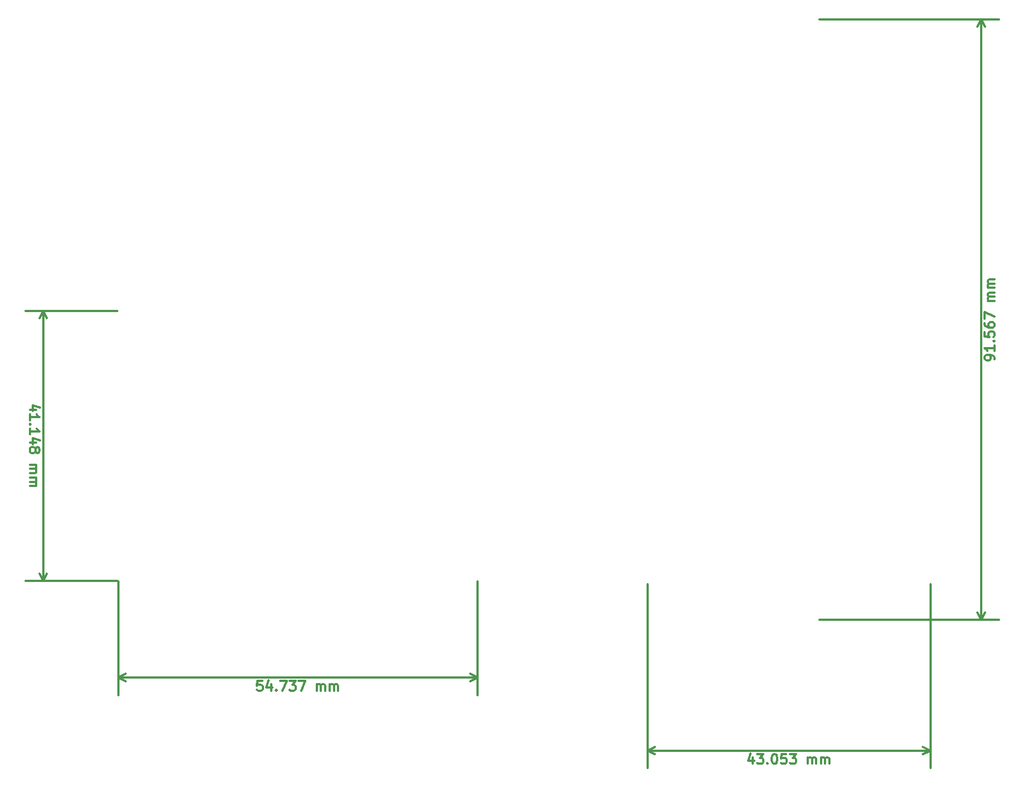
<source format=gbr>
G04 #@! TF.FileFunction,Other,Comment*
%FSLAX46Y46*%
G04 Gerber Fmt 4.6, Leading zero omitted, Abs format (unit mm)*
G04 Created by KiCad (PCBNEW 4.1.0-alpha+201609050731+7118~50~ubuntu16.04.1-product) date Wed Sep 21 17:23:23 2016*
%MOMM*%
%LPD*%
G01*
G04 APERTURE LIST*
%ADD10C,0.100000*%
%ADD11C,0.300000*%
G04 APERTURE END LIST*
D10*
D11*
X221230571Y-97447928D02*
X221230571Y-97162214D01*
X221159142Y-97019357D01*
X221087714Y-96947928D01*
X220873428Y-96805071D01*
X220587714Y-96733642D01*
X220016285Y-96733642D01*
X219873428Y-96805071D01*
X219802000Y-96876500D01*
X219730571Y-97019357D01*
X219730571Y-97305071D01*
X219802000Y-97447928D01*
X219873428Y-97519357D01*
X220016285Y-97590785D01*
X220373428Y-97590785D01*
X220516285Y-97519357D01*
X220587714Y-97447928D01*
X220659142Y-97305071D01*
X220659142Y-97019357D01*
X220587714Y-96876500D01*
X220516285Y-96805071D01*
X220373428Y-96733642D01*
X221230571Y-95305071D02*
X221230571Y-96162214D01*
X221230571Y-95733642D02*
X219730571Y-95733642D01*
X219944857Y-95876500D01*
X220087714Y-96019357D01*
X220159142Y-96162214D01*
X221087714Y-94662214D02*
X221159142Y-94590785D01*
X221230571Y-94662214D01*
X221159142Y-94733642D01*
X221087714Y-94662214D01*
X221230571Y-94662214D01*
X219730571Y-93233642D02*
X219730571Y-93947928D01*
X220444857Y-94019357D01*
X220373428Y-93947928D01*
X220302000Y-93805071D01*
X220302000Y-93447928D01*
X220373428Y-93305071D01*
X220444857Y-93233642D01*
X220587714Y-93162214D01*
X220944857Y-93162214D01*
X221087714Y-93233642D01*
X221159142Y-93305071D01*
X221230571Y-93447928D01*
X221230571Y-93805071D01*
X221159142Y-93947928D01*
X221087714Y-94019357D01*
X219730571Y-91876500D02*
X219730571Y-92162214D01*
X219802000Y-92305071D01*
X219873428Y-92376500D01*
X220087714Y-92519357D01*
X220373428Y-92590785D01*
X220944857Y-92590785D01*
X221087714Y-92519357D01*
X221159142Y-92447928D01*
X221230571Y-92305071D01*
X221230571Y-92019357D01*
X221159142Y-91876500D01*
X221087714Y-91805071D01*
X220944857Y-91733642D01*
X220587714Y-91733642D01*
X220444857Y-91805071D01*
X220373428Y-91876500D01*
X220302000Y-92019357D01*
X220302000Y-92305071D01*
X220373428Y-92447928D01*
X220444857Y-92519357D01*
X220587714Y-92590785D01*
X219730571Y-91233642D02*
X219730571Y-90233642D01*
X221230571Y-90876500D01*
X221230571Y-88519357D02*
X220230571Y-88519357D01*
X220373428Y-88519357D02*
X220302000Y-88447928D01*
X220230571Y-88305071D01*
X220230571Y-88090785D01*
X220302000Y-87947928D01*
X220444857Y-87876500D01*
X221230571Y-87876500D01*
X220444857Y-87876500D02*
X220302000Y-87805071D01*
X220230571Y-87662214D01*
X220230571Y-87447928D01*
X220302000Y-87305071D01*
X220444857Y-87233642D01*
X221230571Y-87233642D01*
X221230571Y-86519357D02*
X220230571Y-86519357D01*
X220373428Y-86519357D02*
X220302000Y-86447928D01*
X220230571Y-86305071D01*
X220230571Y-86090785D01*
X220302000Y-85947928D01*
X220444857Y-85876500D01*
X221230571Y-85876500D01*
X220444857Y-85876500D02*
X220302000Y-85805071D01*
X220230571Y-85662214D01*
X220230571Y-85447928D01*
X220302000Y-85305071D01*
X220444857Y-85233642D01*
X221230571Y-85233642D01*
X219202000Y-137160000D02*
X219202000Y-45593000D01*
X194564000Y-137160000D02*
X221902000Y-137160000D01*
X194564000Y-45593000D02*
X221902000Y-45593000D01*
X219202000Y-45593000D02*
X219788421Y-46719504D01*
X219202000Y-45593000D02*
X218615579Y-46719504D01*
X219202000Y-137160000D02*
X219788421Y-136033496D01*
X219202000Y-137160000D02*
X218615579Y-136033496D01*
X184428500Y-158094493D02*
X184428500Y-159094493D01*
X184071357Y-157523064D02*
X183714214Y-158594493D01*
X184642785Y-158594493D01*
X185071357Y-157594493D02*
X185999928Y-157594493D01*
X185499928Y-158165922D01*
X185714214Y-158165922D01*
X185857071Y-158237350D01*
X185928500Y-158308779D01*
X185999928Y-158451636D01*
X185999928Y-158808779D01*
X185928500Y-158951636D01*
X185857071Y-159023064D01*
X185714214Y-159094493D01*
X185285642Y-159094493D01*
X185142785Y-159023064D01*
X185071357Y-158951636D01*
X186642785Y-158951636D02*
X186714214Y-159023064D01*
X186642785Y-159094493D01*
X186571357Y-159023064D01*
X186642785Y-158951636D01*
X186642785Y-159094493D01*
X187642785Y-157594493D02*
X187785642Y-157594493D01*
X187928500Y-157665922D01*
X187999928Y-157737350D01*
X188071357Y-157880207D01*
X188142785Y-158165922D01*
X188142785Y-158523064D01*
X188071357Y-158808779D01*
X187999928Y-158951636D01*
X187928500Y-159023064D01*
X187785642Y-159094493D01*
X187642785Y-159094493D01*
X187499928Y-159023064D01*
X187428500Y-158951636D01*
X187357071Y-158808779D01*
X187285642Y-158523064D01*
X187285642Y-158165922D01*
X187357071Y-157880207D01*
X187428500Y-157737350D01*
X187499928Y-157665922D01*
X187642785Y-157594493D01*
X189499928Y-157594493D02*
X188785642Y-157594493D01*
X188714214Y-158308779D01*
X188785642Y-158237350D01*
X188928500Y-158165922D01*
X189285642Y-158165922D01*
X189428500Y-158237350D01*
X189499928Y-158308779D01*
X189571357Y-158451636D01*
X189571357Y-158808779D01*
X189499928Y-158951636D01*
X189428500Y-159023064D01*
X189285642Y-159094493D01*
X188928500Y-159094493D01*
X188785642Y-159023064D01*
X188714214Y-158951636D01*
X190071357Y-157594493D02*
X190999928Y-157594493D01*
X190499928Y-158165922D01*
X190714214Y-158165922D01*
X190857071Y-158237350D01*
X190928500Y-158308779D01*
X190999928Y-158451636D01*
X190999928Y-158808779D01*
X190928500Y-158951636D01*
X190857071Y-159023064D01*
X190714214Y-159094493D01*
X190285642Y-159094493D01*
X190142785Y-159023064D01*
X190071357Y-158951636D01*
X192785642Y-159094493D02*
X192785642Y-158094493D01*
X192785642Y-158237350D02*
X192857071Y-158165922D01*
X192999928Y-158094493D01*
X193214214Y-158094493D01*
X193357071Y-158165922D01*
X193428500Y-158308779D01*
X193428500Y-159094493D01*
X193428500Y-158308779D02*
X193499928Y-158165922D01*
X193642785Y-158094493D01*
X193857071Y-158094493D01*
X193999928Y-158165922D01*
X194071357Y-158308779D01*
X194071357Y-159094493D01*
X194785642Y-159094493D02*
X194785642Y-158094493D01*
X194785642Y-158237350D02*
X194857071Y-158165922D01*
X194999928Y-158094493D01*
X195214214Y-158094493D01*
X195357071Y-158165922D01*
X195428500Y-158308779D01*
X195428500Y-159094493D01*
X195428500Y-158308779D02*
X195499928Y-158165922D01*
X195642785Y-158094493D01*
X195857071Y-158094493D01*
X195999928Y-158165922D01*
X196071357Y-158308779D01*
X196071357Y-159094493D01*
X168402000Y-157065922D02*
X211455000Y-157065922D01*
X168402000Y-131699000D02*
X168402000Y-159765922D01*
X211455000Y-131699000D02*
X211455000Y-159765922D01*
X211455000Y-157065922D02*
X210328496Y-157652343D01*
X211455000Y-157065922D02*
X210328496Y-156479501D01*
X168402000Y-157065922D02*
X169528504Y-157652343D01*
X168402000Y-157065922D02*
X169528504Y-156479501D01*
X109696928Y-146451571D02*
X108982642Y-146451571D01*
X108911214Y-147165857D01*
X108982642Y-147094428D01*
X109125500Y-147023000D01*
X109482642Y-147023000D01*
X109625500Y-147094428D01*
X109696928Y-147165857D01*
X109768357Y-147308714D01*
X109768357Y-147665857D01*
X109696928Y-147808714D01*
X109625500Y-147880142D01*
X109482642Y-147951571D01*
X109125500Y-147951571D01*
X108982642Y-147880142D01*
X108911214Y-147808714D01*
X111054071Y-146951571D02*
X111054071Y-147951571D01*
X110696928Y-146380142D02*
X110339785Y-147451571D01*
X111268357Y-147451571D01*
X111839785Y-147808714D02*
X111911214Y-147880142D01*
X111839785Y-147951571D01*
X111768357Y-147880142D01*
X111839785Y-147808714D01*
X111839785Y-147951571D01*
X112411214Y-146451571D02*
X113411214Y-146451571D01*
X112768357Y-147951571D01*
X113839785Y-146451571D02*
X114768357Y-146451571D01*
X114268357Y-147023000D01*
X114482642Y-147023000D01*
X114625500Y-147094428D01*
X114696928Y-147165857D01*
X114768357Y-147308714D01*
X114768357Y-147665857D01*
X114696928Y-147808714D01*
X114625500Y-147880142D01*
X114482642Y-147951571D01*
X114054071Y-147951571D01*
X113911214Y-147880142D01*
X113839785Y-147808714D01*
X115268357Y-146451571D02*
X116268357Y-146451571D01*
X115625500Y-147951571D01*
X117982642Y-147951571D02*
X117982642Y-146951571D01*
X117982642Y-147094428D02*
X118054071Y-147023000D01*
X118196928Y-146951571D01*
X118411214Y-146951571D01*
X118554071Y-147023000D01*
X118625500Y-147165857D01*
X118625500Y-147951571D01*
X118625500Y-147165857D02*
X118696928Y-147023000D01*
X118839785Y-146951571D01*
X119054071Y-146951571D01*
X119196928Y-147023000D01*
X119268357Y-147165857D01*
X119268357Y-147951571D01*
X119982642Y-147951571D02*
X119982642Y-146951571D01*
X119982642Y-147094428D02*
X120054071Y-147023000D01*
X120196928Y-146951571D01*
X120411214Y-146951571D01*
X120554071Y-147023000D01*
X120625500Y-147165857D01*
X120625500Y-147951571D01*
X120625500Y-147165857D02*
X120696928Y-147023000D01*
X120839785Y-146951571D01*
X121054071Y-146951571D01*
X121196928Y-147023000D01*
X121268357Y-147165857D01*
X121268357Y-147951571D01*
X87757000Y-145923000D02*
X142494000Y-145923000D01*
X87757000Y-131318000D02*
X87757000Y-148623000D01*
X142494000Y-131318000D02*
X142494000Y-148623000D01*
X142494000Y-145923000D02*
X141367496Y-146509421D01*
X142494000Y-145923000D02*
X141367496Y-145336579D01*
X87757000Y-145923000D02*
X88883504Y-146509421D01*
X87757000Y-145923000D02*
X88883504Y-145336579D01*
X75298428Y-105117000D02*
X74298428Y-105117000D01*
X75869857Y-104759857D02*
X74798428Y-104402714D01*
X74798428Y-105331285D01*
X74298428Y-106688428D02*
X74298428Y-105831285D01*
X74298428Y-106259857D02*
X75798428Y-106259857D01*
X75584142Y-106117000D01*
X75441285Y-105974142D01*
X75369857Y-105831285D01*
X74441285Y-107331285D02*
X74369857Y-107402714D01*
X74298428Y-107331285D01*
X74369857Y-107259857D01*
X74441285Y-107331285D01*
X74298428Y-107331285D01*
X74298428Y-108831285D02*
X74298428Y-107974142D01*
X74298428Y-108402714D02*
X75798428Y-108402714D01*
X75584142Y-108259857D01*
X75441285Y-108117000D01*
X75369857Y-107974142D01*
X75298428Y-110117000D02*
X74298428Y-110117000D01*
X75869857Y-109759857D02*
X74798428Y-109402714D01*
X74798428Y-110331285D01*
X75155571Y-111117000D02*
X75227000Y-110974142D01*
X75298428Y-110902714D01*
X75441285Y-110831285D01*
X75512714Y-110831285D01*
X75655571Y-110902714D01*
X75727000Y-110974142D01*
X75798428Y-111117000D01*
X75798428Y-111402714D01*
X75727000Y-111545571D01*
X75655571Y-111617000D01*
X75512714Y-111688428D01*
X75441285Y-111688428D01*
X75298428Y-111617000D01*
X75227000Y-111545571D01*
X75155571Y-111402714D01*
X75155571Y-111117000D01*
X75084142Y-110974142D01*
X75012714Y-110902714D01*
X74869857Y-110831285D01*
X74584142Y-110831285D01*
X74441285Y-110902714D01*
X74369857Y-110974142D01*
X74298428Y-111117000D01*
X74298428Y-111402714D01*
X74369857Y-111545571D01*
X74441285Y-111617000D01*
X74584142Y-111688428D01*
X74869857Y-111688428D01*
X75012714Y-111617000D01*
X75084142Y-111545571D01*
X75155571Y-111402714D01*
X74298428Y-113474142D02*
X75298428Y-113474142D01*
X75155571Y-113474142D02*
X75227000Y-113545571D01*
X75298428Y-113688428D01*
X75298428Y-113902714D01*
X75227000Y-114045571D01*
X75084142Y-114117000D01*
X74298428Y-114117000D01*
X75084142Y-114117000D02*
X75227000Y-114188428D01*
X75298428Y-114331285D01*
X75298428Y-114545571D01*
X75227000Y-114688428D01*
X75084142Y-114759857D01*
X74298428Y-114759857D01*
X74298428Y-115474142D02*
X75298428Y-115474142D01*
X75155571Y-115474142D02*
X75227000Y-115545571D01*
X75298428Y-115688428D01*
X75298428Y-115902714D01*
X75227000Y-116045571D01*
X75084142Y-116117000D01*
X74298428Y-116117000D01*
X75084142Y-116117000D02*
X75227000Y-116188428D01*
X75298428Y-116331285D01*
X75298428Y-116545571D01*
X75227000Y-116688428D01*
X75084142Y-116759857D01*
X74298428Y-116759857D01*
X76327000Y-90043000D02*
X76327000Y-131191000D01*
X87630000Y-90043000D02*
X73627000Y-90043000D01*
X87630000Y-131191000D02*
X73627000Y-131191000D01*
X76327000Y-131191000D02*
X75740579Y-130064496D01*
X76327000Y-131191000D02*
X76913421Y-130064496D01*
X76327000Y-90043000D02*
X75740579Y-91169504D01*
X76327000Y-90043000D02*
X76913421Y-91169504D01*
M02*

</source>
